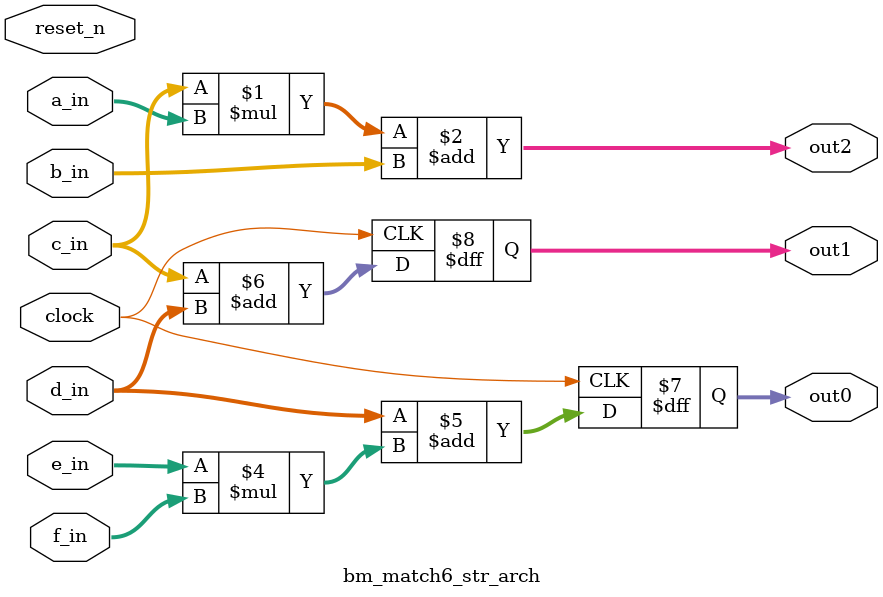
<source format=v>

`define BITS0 9         // Bit width of the operands
`define BITS2 18         // Bit width of the operands

// sees if the softaware matches simple primitives 
module 	bm_match6_str_arch(clock, 
		reset_n, 
		a_in, 
		b_in,
		c_in, 
		d_in, 
		e_in, 
		f_in, 
		out0,
		out1,
		out2,
);

// SIGNAL DECLARATIONS
input	clock;
input 	reset_n;

input [`BITS0-1:0] a_in;
input [`BITS0-1:0] b_in;
input [`BITS0-1:0] c_in;
input [`BITS0-1:0] d_in;
input [`BITS0-1:0] e_in;
input [`BITS0-1:0] f_in;

output [`BITS2-1:0] out0;
output [`BITS2-1:0] out1;
output [`BITS2-1:0] out2;

reg [`BITS2-1:0] out0;
reg [`BITS2-1:0] out1;
wire [`BITS2-1:0] out2;

assign out2 = c_in * a_in + b_in;

always @(posedge clock)
begin
	out0 <= d_in + e_in * f_in;
	out1 <= c_in + d_in;
end

endmodule

</source>
